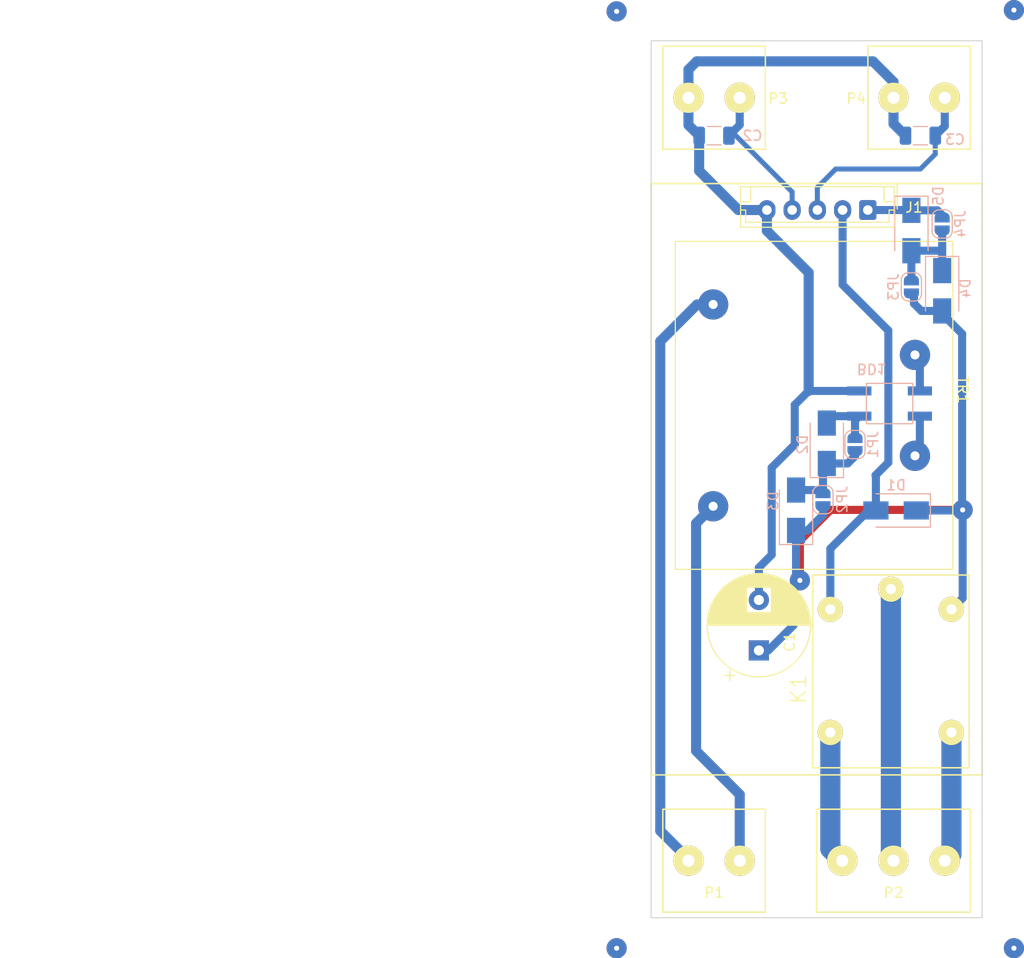
<source format=kicad_pcb>
(kicad_pcb (version 20211014) (generator pcbnew)
  (layers (0 "F.Cu" signal) (31 "B.Cu" signal) (34 "B.Paste" user) (35 "F.Paste" user) (36 "B.SilkS" user "B.Silkscreen") (37 "F.SilkS" user "F.Silkscreen") (38 "B.Mask" user) (39 "F.Mask" user) (44 "Edge.Cuts" user))
  (net 0 "")
  (net 1 "Net-(P1-Pad1)")
  (net 2 "Net-(P1-Pad2)")
  (net 3 "GNDD")
  (net 4 "VCC")
  (net 5 "Net-(D1-Pad2)")
  (net 6 "Net-(C2-Pad1)")
  (net 7 "Net-(C3-Pad1)")
  (net 8 "Net-(K1-Pad3)")
  (net 9 "Net-(K1-Pad4)")
  (net 10 "Net-(K1-Pad5)")
  (net 11 "Net-(BD1-Pad3)")
  (net 12 "Net-(BD1-Pad4)")
  (net 13 "Net-(BD1-Pad1)")
  (net 14 "Net-(D2-Pad1)")
  (net 15 "Net-(D4-Pad1)")
  (net 16 "Net-(D5-Pad1)")
  (footprint "разъемы:KF128-2P" (layer "F.Cu") (at 240.438 29.906 180)
    (fp_text reference "P3" (at -6.344 -0.073) (layer "F.SilkS"))
    (fp_text value "CONN_2")
    (fp_line (start -5.08 -5.1) (end -5.08 5.1) (layer "F.SilkS") (width 0.15))
    (fp_line (start -5.08 -5.1) (end 5.08 -5.1) (layer "F.SilkS") (width 0.15))
    (fp_line (start 5.08 5.1) (end 5.08 -5.1) (layer "F.SilkS") (width 0.15))
    (fp_line (start -5.08 5.1) (end 5.08 5.1) (layer "F.SilkS") (width 0.15))
    (pad "1" thru_hole circle locked (at -2.54 0 180) (size 3 3) (drill 1.2) (layers *.Cu *.Mask "F.SilkS") (net 6 "Net-(C2-Pad1)"))
    (pad "2" thru_hole circle locked (at 2.54 0 180) (size 3 3) (drill 1.2) (layers *.Cu *.Mask "F.SilkS") (net 3 "GNDD"))
  )
  (footprint "разъемы:KF128-2P" (layer "F.Cu") (at 240.438 105.506)
    (fp_text reference "P1" (at 0 3.175) (layer "F.SilkS"))
    (fp_text value "CONN_2")
    (fp_line (start -5.08 5.1) (end 5.08 5.1) (layer "F.SilkS") (width 0.15))
    (fp_line (start -5.08 -5.1) (end -5.08 5.1) (layer "F.SilkS") (width 0.15))
    (fp_line (start -5.08 -5.1) (end 5.08 -5.1) (layer "F.SilkS") (width 0.15))
    (fp_line (start 5.08 5.1) (end 5.08 -5.1) (layer "F.SilkS") (width 0.15))
    (pad "1" thru_hole circle locked (at -2.54 0) (size 3 3) (drill 1.2) (layers *.Cu *.Mask "F.SilkS") (net 1 "Net-(P1-Pad1)"))
    (pad "2" thru_hole circle locked (at 2.54 0) (size 3 3) (drill 1.2) (layers *.Cu *.Mask "F.SilkS") (net 2 "Net-(P1-Pad2)"))
  )
  (footprint "Connector_JST:JST_EH_B5B-EH-A_1x05_P2.50mm_Vertical" (layer "F.Cu") (at 255.672 41.028 180)
    (fp_text reference "J1" (at -4.572 0.254) (layer "F.SilkS"))
    (fp_text value "Conn_01x05")
    (fp_line (start -2.91 0.11) (end -2.91 2.61) (layer "F.SilkS") (width 0.12))
    (fp_line (start -2.11 0) (end -2.11 -1.21) (layer "F.SilkS") (width 0.12))
    (fp_line (start 12.61 0.81) (end 11.61 0.81) (layer "F.SilkS") (width 0.12))
    (fp_line (start 12.61 2.31) (end 12.61 -1.71) (layer "F.SilkS") (width 0.12))
    (fp_line (start -2.61 -1.71) (end -2.61 2.31) (layer "F.SilkS") (width 0.12))
    (fp_line (start -2.11 -1.21) (end 12.11 -1.21) (layer "F.SilkS") (width 0.12))
    (fp_line (start -2.61 0.81) (end -1.61 0.81) (layer "F.SilkS") (width 0.12))
    (fp_line (start -2.91 2.61) (end -0.41 2.61) (layer "F.SilkS") (width 0.12))
    (fp_line (start -1.61 0.81) (end -1.61 2.31) (layer "F.SilkS") (width 0.12))
    (fp_line (start -2.61 0) (end -2.11 0) (layer "F.SilkS") (width 0.12))
    (fp_line (start 12.11 -1.21) (end 12.11 0) (layer "F.SilkS") (width 0.12))
    (fp_line (start 12.11 0) (end 12.61 0) (layer "F.SilkS") (width 0.12))
    (fp_line (start -2.61 2.31) (end 12.61 2.31) (layer "F.SilkS") (width 0.12))
    (fp_line (start 11.61 0.81) (end 11.61 2.31) (layer "F.SilkS") (width 0.12))
    (fp_line (start 12.61 -1.71) (end -2.61 -1.71) (layer "F.SilkS") (width 0.12))
    (pad "1" thru_hole roundrect (at 0 0 180) (size 1.7 1.95) (drill 0.95) (layers *.Cu *.Mask) (roundrect_rratio 0.1470588235) (net 16 "Net-(D5-Pad1)"))
    (pad "2" thru_hole oval (at 2.5 0 180) (size 1.7 1.95) (drill 0.95) (layers *.Cu *.Mask) (net 5 "Net-(D1-Pad2)"))
    (pad "3" thru_hole oval (at 5 0 180) (size 1.7 1.95) (drill 0.95) (layers *.Cu *.Mask) (net 7 "Net-(C3-Pad1)"))
    (pad "4" thru_hole oval (at 7.5 0 180) (size 1.7 1.95) (drill 0.95) (layers *.Cu *.Mask) (net 6 "Net-(C2-Pad1)"))
    (pad "5" thru_hole oval (at 10 0 180) (size 1.7 1.95) (drill 0.95) (layers *.Cu *.Mask) (net 3 "GNDD"))
  )
  (footprint "Capacitor_THT:CP_Radial_D10.0mm_P5.00mm" (layer "F.Cu") (at 244.877 84.670677 90)
    (fp_text reference "C1" (at 0.843677 3.048 90) (layer "F.SilkS"))
    (fp_text value "1000x25V")
    (fp_line (start 7.421 -1.378) (end 7.421 1.378) (layer "F.SilkS") (width 0.12))
    (fp_line (start 3.461 -4.99) (end 3.461 4.99) (layer "F.SilkS") (width 0.12))
    (fp_line (start 7.101 -2.209) (end 7.101 2.209) (layer "F.SilkS") (width 0.12))
    (fp_line (start 6.981 -2.439) (end 6.981 2.439) (layer "F.SilkS") (width 0.12))
    (fp_line (start 4.141 1.241) (end 4.141 4.811) (layer "F.SilkS") (width 0.12))
    (fp_line (start 3.501 -4.982) (end 3.501 4.982) (layer "F.SilkS") (width 0.12))
    (fp_line (start 5.501 1.241) (end 5.501 4.11) (layer "F.SilkS") (width 0.12))
    (fp_line (start 4.061 -4.837) (end 4.061 -1.241) (layer "F.SilkS") (width 0.12))
    (fp_line (start 6.061 -3.64) (end 6.061 -1.241) (layer "F.SilkS") (width 0.12))
    (fp_line (start 4.261 1.241) (end 4.261 4.768) (layer "F.SilkS") (width 0.12))
    (fp_line (start 5.701 1.241) (end 5.701 3.957) (layer "F.SilkS") (width 0.12))
    (fp_line (start 4.741 1.241) (end 4.741 4.564) (layer "F.SilkS") (width 0.12))
    (fp_line (start 3.381 -5.004) (end 3.381 5.004) (layer "F.SilkS") (width 0.12))
    (fp_line (start 5.301 -4.247) (end 5.301 -1.241) (layer "F.SilkS") (width 0.12))
    (fp_line (start 3.301 -5.018) (end 3.301 5.018) (layer "F.SilkS") (width 0.12))
    (fp_line (start 4.941 -4.462) (end 4.941 -1.241) (layer "F.SilkS") (width 0.12))
    (fp_line (start 4.621 1.241) (end 4.621 4.621) (layer "F.SilkS") (width 0.12))
    (fp_line (start 5.181 -4.323) (end 5.181 -1.241) (layer "F.SilkS") (width 0.12))
    (fp_line (start 6.701 -2.889) (end 6.701 2.889) (layer "F.SilkS") (width 0.12))
    (fp_line (start 4.181 1.241) (end 4.181 4.797) (layer "F.SilkS") (width 0.12))
    (fp_line (start 5.861 -3.824) (end 5.861 -1.241) (layer "F.SilkS") (width 0.12))
    (fp_line (start 3.941 -4.874) (end 3.941 -1.241) (layer "F.SilkS") (width 0.12))
    (fp_line (start 2.9 -5.065) (end 2.9 5.065) (layer "F.SilkS") (width 0.12))
    (fp_line (start 4.821 1.241) (end 4.821 4.525) (layer "F.SilkS") (width 0.12))
    (fp_line (start 4.301 -4.754) (end 4.301 -1.241) (layer "F.SilkS") (width 0.12))
    (fp_line (start 3.621 -4.956) (end 3.621 4.956) (layer "F.SilkS") (width 0.12))
    (fp_line (start 2.66 -5.078) (end 2.66 5.078) (layer "F.SilkS") (width 0.12))
    (fp_line (start 6.621 -3) (end 6.621 3) (layer "F.SilkS") (width 0.12))
    (fp_line (start 6.021 -3.679) (end 6.021 -1.241) (layer "F.SilkS") (width 0.12))
    (fp_line (start 6.181 -3.52) (end 6.181 -1.241) (layer "F.SilkS") (width 0.12))
    (fp_line (start 5.901 1.241) (end 5.901 3.789) (layer "F.SilkS") (width 0.12))
    (fp_line (start 6.661 -2.945) (end 6.661 2.945) (layer "F.SilkS") (width 0.12))
    (fp_line (start 5.541 -4.08) (end 5.541 -1.241) (layer "F.SilkS") (width 0.12))
    (fp_line (start 5.021 1.241) (end 5.021 4.417) (layer "F.SilkS") (width 0.12))
    (fp_line (start 7.061 -2.289) (end 7.061 2.289) (layer "F.SilkS") (width 0.12))
    (fp_line (start 5.901 -3.789) (end 5.901 -1.241) (layer "F.SilkS") (width 0.12))
    (fp_line (start 4.901 -4.483) (end 4.901 -1.241) (layer "F.SilkS") (width 0.12))
    (fp_line (start 4.541 -4.657) (end 4.541 -1.241) (layer "F.SilkS") (width 0.12))
    (fp_line (start 3.06 -5.05) (end 3.06 5.05) (layer "F.SilkS") (width 0.12))
    (fp_line (start 7.541 -0.862) (end 7.541 0.862) (layer "F.SilkS") (width 0.12))
    (fp_line (start 3.941 1.241) (end 3.941 4.874) (layer "F.SilkS") (width 0.12))
    (fp_line (start 4.221 1.241) (end 4.221 4.783) (layer "F.SilkS") (width 0.12))
    (fp_line (start 3.18 -5.035) (end 3.18 5.035) (layer "F.SilkS") (width 0.12))
    (fp_line (start 3.341 -5.011) (end 3.341 5.011) (layer "F.SilkS") (width 0.12))
    (fp_line (start 3.701 -4.938) (end 3.701 4.938) (layer "F.SilkS") (width 0.12))
    (fp_line (start 4.341 -4.738) (end 4.341 -1.241) (layer "F.SilkS") (width 0.12))
    (fp_line (start 3.541 -4.974) (end 3.541 4.974) (layer "F.SilkS") (width 0.12))
    (fp_line (start 4.981 -4.44) (end 4.981 -1.241) (layer "F.SilkS") (width 0.12))
    (fp_line (start 3.14 -5.04) (end 3.14 5.04) (layer "F.SilkS") (width 0.12))
    (fp_line (start 3.821 1.241) (end 3.821 4.907) (layer "F.SilkS") (width 0.12))
    (fp_line (start 5.341 1.241) (end 5.341 4.221) (layer "F.SilkS") (width 0.12))
    (fp_line (start 5.781 -3.892) (end 5.781 -1.241) (layer "F.SilkS") (width 0.12))
    (fp_line (start 4.981 1.241) (end 4.981 4.44) (layer "F.SilkS") (width 0.12))
    (fp_line (start 3.661 -4.947) (end 3.661 4.947) (layer "F.SilkS") (width 0.12))
    (fp_line (start 5.541 1.241) (end 5.541 4.08) (layer "F.SilkS") (width 0.12))
    (fp_line (start 2.58 -5.08) (end 2.58 5.08) (layer "F.SilkS") (width 0.12))
    (fp_line (start 3.861 -4.897) (end 3.861 -1.241) (layer "F.SilkS") (width 0.12))
    (fp_line (start 4.261 -4.768) (end 4.261 -1.241) (layer "F.SilkS") (width 0.12))
    (fp_line (start 4.461 -4.69) (end 4.461 -1.241) (layer "F.SilkS") (width 0.12))
    (fp_line (start 5.141 -4.347) (end 5.141 -1.241) (layer "F.SilkS") (width 0.12))
    (fp_line (start 4.821 -4.525) (end 4.821 -1.241) (layer "F.SilkS") (width 0.12))
    (fp_line (start 4.701 -4.584) (end 4.701 -1.241) (layer "F.SilkS") (width 0.12))
    (fp_line (start 5.101 -4.371) (end 5.101 -1.241) (layer "F.SilkS") (width 0.12))
    (fp_line (start 5.781 1.241) (end 5.781 3.892) (layer "F.SilkS") (width 0.12))
    (fp_line (start 7.021 -2.365) (end 7.021 2.365) (layer "F.SilkS") (width 0.12))
    (fp_line (start 5.461 1.241) (end 5.461 4.138) (layer "F.SilkS") (width 0.12))
    (fp_line (start 4.661 1.241) (end 4.661 4.603) (layer "F.SilkS") (width 0.12))
    (fp_line (start 6.261 -3.436) (end 6.261 3.436) (layer "F.SilkS") (width 0.12))
    (fp_line (start 5.381 1.241) (end 5.381 4.194) (layer "F.SilkS") (width 0.12))
    (fp_line (start -2.979646 -2.875) (end -1.979646 -2.875) (layer "F.SilkS") (width 0.12))
    (fp_line (start 6.861 -2.645) (end 6.861 2.645) (layer "F.SilkS") (width 0.12))
    (fp_line (start 4.781 -4.545) (end 4.781 -1.241) (layer "F.SilkS") (width 0.12))
    (fp_line (start 2.82 -5.07) (end 2.82 5.07) (layer "F.SilkS") (width 0.12))
    (fp_line (start 7.181 -2.037) (end 7.181 2.037) (layer "F.SilkS") (width 0.12))
    (fp_line (start 4.621 -4.621) (end 4.621 -1.241) (layer "F.SilkS") (width 0.12))
    (fp_line (start 4.381 1.241) (end 4.381 4.723) (layer "F.SilkS") (width 0.12))
    (fp_line (start 4.501 1.241) (end 4.501 4.674) (layer "F.SilkS") (width 0.12))
    (fp_line (start 4.461 1.241) (end 4.461 4.69) (layer "F.SilkS") (width 0.12))
    (fp_line (start 5.501 -4.11) (end 5.501 -1.241) (layer "F.SilkS") (width 0.12))
    (fp_line (start 6.901 -2.579) (end 6.901 2.579) (layer "F.SilkS") (width 0.12))
    (fp_line (start 7.461 -1.23) (end 7.461 1.23) (layer "F.SilkS") (width 0.12))
    (fp_line (start 2.7 -5.077) (end 2.7 5.077) (layer "F.SilkS") (width 0.12))
    (fp_line (start 3.781 -4.918) (end 3.781 -1.241) (layer "F.SilkS") (width 0.12))
    (fp_line (start 6.421 -3.254) (end 6.421 3.254) (layer "F.SilkS") (width 0.12))
    (fp_line (start 5.061 1.241) (end 5.061 4.395) (layer "F.SilkS") (width 0.12))
    (fp_line (start 3.1 -5.045) (end 3.1 5.045) (layer "F.SilkS") (width 0.12))
    (fp_line (start 7.221 -1.944) (end 7.221 1.944) (layer "F.SilkS") (width 0.12))
    (fp_line (start 5.581 -4.05) (end 5.581 -1.241) (layer "F.SilkS") (width 0.12))
    (fp_line (start 6.741 -2.83) (end 6.741 2.83) (layer "F.SilkS") (width 0.12))
    (fp_line (start 3.981 1.241) (end 3.981 4.862) (layer "F.SilkS") (width 0.12))
    (fp_line (start 4.861 1.241) (end 4.861 4.504) (layer "F.SilkS") (width 0.12))
    (fp_line (start 4.941 1.241) (end 4.941 4.462) (layer "F.SilkS") (width 0.12))
    (fp_line (start 5.221 -4.298) (end 5.221 -1.241) (layer "F.SilkS") (width 0.12))
    (fp_line (start 6.501 -3.156) (end 6.501 3.156) (layer "F.SilkS") (width 0.12))
    (fp_line (start 3.821 -4.907) (end 3.821 -1.241) (layer "F.SilkS") (width 0.12))
    (fp_line (start 7.341 -1.63) (end 7.341 1.63) (layer "F.SilkS") (width 0.12))
    (fp_line (start 4.341 1.241) (end 4.341 4.738) (layer "F.SilkS") (width 0.12))
    (fp_line (start 6.301 -3.392) (end 6.301 3.392) (layer "F.SilkS") (width 0.12))
    (fp_line (start 6.021 1.241) (end 6.021 3.679) (layer "F.SilkS") (width 0.12))
    (fp_line (start 5.061 -4.395) (end 5.061 -1.241) (layer "F.SilkS") (width 0.12))
    (fp_line (start 5.941 1.241) (end 5.941 3.753) (layer "F.SilkS") (width 0.12))
    (fp_line (start 5.381 -4.194) (end 5.381 -1.241) (layer "F.SilkS") (width 0.12))
    (fp_line (start 5.021 -4.417) (end 5.021 -1.241) (layer "F.SilkS") (width 0.12))
    (fp_line (start 4.381 -4.723) (end 4.381 -1.241) (layer "F.SilkS") (width 0.12))
    (fp_line (start 3.901 1.241) (end 3.901 4.885) (layer "F.SilkS") (width 0.12))
    (fp_line (start 3.781 1.241) (end 3.781 4.918) (layer "F.SilkS") (width 0.12))
    (fp_line (start 5.821 1.241) (end 5.821 3.858) (layer "F.SilkS") (width 0.12))
    (fp_line (start 4.501 -4.674) (end 4.501 -1.241) (layer "F.SilkS") (width 0.12))
    (fp_line (start 4.421 1.241) (end 4.421 4.707) (layer "F.SilkS") (width 0.12))
    (fp_line (start 5.141 1.241) (end 5.141 4.347) (layer "F.SilkS") (width 0.12))
    (fp_line (start 3.581 -4.965) (end 3.581 4.965) (layer "F.SilkS") (width 0.12))
    (fp_line (start 2.62 -5.079) (end 2.62 5.079) (layer "F.SilkS") (width 0.12))
    (fp_line (start 5.741 -3.925) (end 5.741 -1.241) (layer "F.SilkS") (width 0.12))
    (fp_line (start 4.141 -4.811) (end 4.141 -1.241) (layer "F.SilkS") (width 0.12))
    (fp_line (start 6.581 -3.054) (end 6.581 3.054) (layer "F.SilkS") (width 0.12))
    (fp_line (start 2.5 -5.08) (end 2.5 5.08) (layer "F.SilkS") (width 0.12))
    (fp_line (start 2.78 -5.073) (end 2.78 5.073) (layer "F.SilkS") (width 0.12))
    (fp_line (start 4.301 1.241) (end 4.301 4.754) (layer "F.SilkS") (width 0.12))
    (fp_line (start 2.94 -5.062) (end 2.94 5.062) (layer "F.SilkS") (width 0.12))
    (fp_line (start 2.74 -5.075) (end 2.74 5.075) (layer "F.SilkS") (width 0.12))
    (fp_line (start 3.861 1.241) (end 3.861 4.897) (layer "F.SilkS") (width 0.12))
    (fp_line (start 4.101 1.241) (end 4.101 4.824) (layer "F.SilkS") (width 0.12))
    (fp_line (start 6.381 -3.301) (end 6.381 3.301) (layer "F.SilkS") (width 0.12))
    (fp_line (start 4.861 -4.504) (end 4.861 -1.241) (layer "F.SilkS") (width 0.12))
    (fp_line (start 5.741 1.241) (end 5.741 3.925) (layer "F.SilkS") (width 0.12))
    (fp_line (start 5.661 1.241) (end 5.661 3.989) (layer "F.SilkS") (width 0.12))
    (fp_line (start 4.701 1.241) (end 4.701 4.584) (layer "F.SilkS") (width 0.12))
    (fp_line (start 7.501 -1.062) (end 7.501 1.062) (layer "F.SilkS") (width 0.12))
    (fp_line (start 3.421 -4.997) (end 3.421 4.997) (layer "F.SilkS") (width 0.12))
    (fp_line (start 5.621 1.241) (end 5.621 4.02) (layer "F.SilkS") (width 0.12))
    (fp_line (start 3.02 -5.054) (end 3.02 5.054) (layer "F.SilkS") (width 0.12))
    (fp_line (start 6.181 1.241) (end 6.181 3.52) (layer "F.SilkS") (width 0.12))
    (fp_line (start 6.221 1.241) (end 6.221 3.478) (layer "F.SilkS") (width 0.12))
    (fp_line (start 6.141 -3.561) (end 6.141 -1.241) (layer "F.SilkS") (width 0.12))
    (fp_line (start 5.661 -3.989) (end 5.661 -1.241) (layer "F.SilkS") (width 0.12))
    (fp_line (start 4.061 1.241) (end 4.061 4.837) (layer "F.SilkS") (width 0.12))
    (fp_line (start 7.261 -1.846) (end 7.261 1.846) (layer "F.SilkS") (width 0.12))
    (fp_line (start 3.901 -4.885) (end 3.901 -1.241) (layer "F.SilkS") (width 0.12))
    (fp_line (start 6.141 1.241) (end 6.141 3.561) (layer "F.SilkS") (width 0.12))
    (fp_line (start 2.98 -5.058) (end 2.98 5.058) (layer "F.SilkS") (width 0.12))
    (fp_line (start 5.701 -3.957) (end 5.701 -1.241) (layer "F.SilkS") (width 0.12))
    (fp_line (start 5.981 -3.716) (end 5.981 -1.241) (layer "F.SilkS") (width 0.12))
    (fp_line (start 4.101 -4.824) (end 4.101 -1.241) (layer "F.SilkS") (width 0.12))
    (fp_line (start 4.901 1.241) (end 4.901 4.483) (layer "F.SilkS") (width 0.12))
    (fp_line (start 5.981 1.241) (end 5.981 3.716) (layer "F.SilkS") (width 0.12))
    (fp_line (start 6.341 -3.347) (end 6.341 3.347) (layer "F.SilkS") (width 0.12))
    (fp_line (start 7.301 -1.742) (end 7.301 1.742) (layer "F.SilkS") (width 0.12))
    (fp_line (start 2.86 -5.068) (end 2.86 5.068) (layer "F.SilkS") (width 0.12))
    (fp_line (start -2.479646 -3.375) (end -2.479646 -2.375) (layer "F.SilkS") (width 0.12))
    (fp_line (start 5.421 -4.166) (end 5.421 -1.241) (layer "F.SilkS") (width 0.12))
    (fp_line (start 4.661 -4.603) (end 4.661 -1.241) (layer "F.SilkS") (width 0.12))
    (fp_line (start 5.941 -3.753) (end 5.941 -1.241) (layer "F.SilkS") (width 0.12))
    (fp_line (start 5.261 1.241) (end 5.261 4.273) (layer "F.SilkS") (width 0.12))
    (fp_line (start 5.621 -4.02) (end 5.621 -1.241) (layer "F.SilkS") (width 0.12))
    (fp_line (start 6.101 -3.601) (end 6.101 -1.241) (layer "F.SilkS") (width 0.12))
    (fp_line (start 4.021 1.241) (end 4.021 4.85) (layer "F.SilkS") (width 0.12))
    (fp_line (start 6.781 -2.77) (end 6.781 2.77) (layer "F.SilkS") (width 0.12))
    (fp_line (start 6.461 -3.206) (end 6.461 3.206) (layer "F.SilkS") (width 0.12))
    (fp_line (start 5.421 1.241) (end 5.421 4.166) (layer "F.SilkS") (width 0.12))
    (fp_line (start 6.941 -2.51) (end 6.941 2.51) (layer "F.SilkS") (width 0.12))
    (fp_line (start 7.581 -0.599) (end 7.581 0.599) (layer "F.SilkS") (width 0.12))
    (fp_line (start 6.101 1.241) (end 6.101 3.601) (layer "F.SilkS") (width 0.12))
    (fp_line (start 3.221 -5.03) (end 3.221 5.03) (layer "F.SilkS") (width 0.12))
    (fp_line (start 3.261 -5.024) (end 3.261 5.024) (layer "F.SilkS") (width 0.12))
    (fp_line (start 5.301 1.241) (end 5.301 4.247) (layer "F.SilkS") (width 0.12))
    (fp_line (start 6.541 -3.106) (end 6.541 3.106) (layer "F.SilkS") (width 0.12))
    (fp_line (start 6.061 1.241) (end 6.061 3.64) (layer "F.SilkS") (width 0.12))
    (fp_line (start 6.221 -3.478) (end 6.221 -1.241) (layer "F.SilkS") (width 0.12))
    (fp_line (start 5.181 1.241) (end 5.181 4.323) (layer "F.SilkS") (width 0.12))
    (fp_line (start 4.741 -4.564) (end 4.741 -1.241) (layer "F.SilkS") (width 0.12))
    (fp_line (start 4.421 -4.707) (end 4.421 -1.241) (layer "F.SilkS") (width 0.12))
    (fp_line (start 7.141 -2.125) (end 7.141 2.125) (layer "F.SilkS") (width 0.12))
    (fp_line (start 2.54 -5.08) (end 2.54 5.08) (layer "F.SilkS") (width 0.12))
    (fp_line (start 3.981 -4.862) (end 3.981 -1.241) (layer "F.SilkS") (width 0.12))
    (fp_line (start 5.581 1.241) (end 5.581 4.05) (layer "F.SilkS") (width 0.12))
    (fp_line (start 5.861 1.241) (end 5.861 3.824) (layer "F.SilkS") (width 0.12))
    (fp_line (start 5.221 1.241) (end 5.221 4.298) (layer "F.SilkS") (width 0.12))
    (fp_line (start 4.541 1.241) (end 4.541 4.657) (layer "F.SilkS") (width 0.12))
    (fp_line (start 4.221 -4.783) (end 4.221 -1.241) (layer "F.SilkS") (width 0.12))
    (fp_line (start 5.461 -4.138) (end 5.461 -1.241) (layer "F.SilkS") (width 0.12))
    (fp_line (start 5.101 1.241) (end 5.101 4.371) (layer "F.SilkS") (width 0.12))
    (fp_line (start 4.581 1.241) (end 4.581 4.639) (layer "F.SilkS") (width 0.12))
    (fp_line (start 3.741 -4.928) (end 3.741 4.928) (layer "F.SilkS") (width 0.12))
    (fp_line (start 5.821 -3.858) (end 5.821 -1.241) (layer "F.SilkS") (width 0.12))
    (fp_line (start 6.821 -2.709) (end 6.821 2.709) (layer "F.SilkS") (width 0.12))
    (fp_line (start 5.261 -4.273) (end 5.261 -1.241) (layer "F.SilkS") (width 0.12))
    (fp_line (start 7.381 -1.51) (end 7.381 1.51) (layer "F.SilkS") (width 0.12))
    (fp_line (start 4.181 -4.797) (end 4.181 -1.241) (layer "F.SilkS") (width 0.12))
    (fp_line (start 4.581 -4.639) (end 4.581 -1.241) (layer "F.SilkS") (width 0.12))
    (fp_line (start 5.341 -4.221) (end 5.341 -1.241) (layer "F.SilkS") (width 0.12))
    (fp_line (start 4.781 1.241) (end 4.781 4.545) (layer "F.SilkS") (width 0.12))
    (fp_line (start 4.021 -4.85) (end 4.021 -1.241) (layer "F.SilkS") (width 0.12))
    (fp_circle (center 2.5 0) (end 7.62 0) (layer "F.SilkS") (width 0.12) (fill none))
    (pad "1" thru_hole rect (at 0 0 90) (size 2 2) (drill 1) (layers *.Cu *.Mask) (net 4 "VCC"))
    (pad "2" thru_hole circle (at 5 0 90) (size 2 2) (drill 1) (layers *.Cu *.Mask) (net 3 "GNDD"))
  )
  (footprint "разъемы:KF128-2P" (layer "F.Cu") (at 260.758 29.906 180)
    (fp_text reference "P4" (at 6.229 -0.073) (layer "F.SilkS"))
    (fp_text value "CONN_2")
    (fp_line (start -5.08 5.1) (end 5.08 5.1) (layer "F.SilkS") (width 0.15))
    (fp_line (start -5.08 -5.1) (end -5.08 5.1) (layer "F.SilkS") (width 0.15))
    (fp_line (start 5.08 5.1) (end 5.08 -5.1) (layer "F.SilkS") (width 0.15))
    (fp_line (start -5.08 -5.1) (end 5.08 -5.1) (layer "F.SilkS") (width 0.15))
    (pad "1" thru_hole circle locked (at -2.54 0 180) (size 3 3) (drill 1.2) (layers *.Cu *.Mask "F.SilkS") (net 7 "Net-(C3-Pad1)"))
    (pad "2" thru_hole circle locked (at 2.54 0 180) (size 3 3) (drill 1.2) (layers *.Cu *.Mask "F.SilkS") (net 3 "GNDD"))
  )
  (footprint "разъемы:KF128-3P" (layer "F.Cu") (at 258.218 105.506)
    (fp_text reference "P2" (at 0 3.175) (layer "F.SilkS"))
    (fp_text value "CONN_3")
    (fp_line (start 7.62 5.1) (end 7.62 -5.1) (layer "F.SilkS") (width 0.15))
    (fp_line (start -7.62 -5.1) (end -7.62 5.1) (layer "F.SilkS") (width 0.15))
    (fp_line (start -7.62 -5.1) (end 7.62 -5.1) (layer "F.SilkS") (width 0.15))
    (fp_line (start -7.62 5.1) (end 7.62 5.1) (layer "F.SilkS") (width 0.15))
    (pad "1" thru_hole circle locked (at -5.08 0) (size 3 3) (drill 1.2) (layers *.Cu *.Mask "F.SilkS") (net 10 "Net-(K1-Pad5)"))
    (pad "2" thru_hole circle locked (at 0 0) (size 3 3) (drill 1.2) (layers *.Cu *.Mask "F.SilkS") (net 8 "Net-(K1-Pad3)"))
    (pad "3" thru_hole circle locked (at 5.08 0) (size 3 3) (drill 1.2) (layers *.Cu *.Mask "F.SilkS") (net 9 "Net-(K1-Pad4)"))
  )
  (footprint "реле:SRD-12VDC-SL-C" (layer "F.Cu") (at 257.958 86.748 -90)
    (fp_text reference "K1" (at 1.778 9.144 -270) (layer "F.SilkS") (effects (font (size 1.5 1.5))))
    (fp_text value "SRD-12VDC-SL-C" hide)
    (fp_line (start -9.55 7.75) (end -9.55 -7.75) (layer "F.SilkS") (width 0.15))
    (fp_line (start 9.55 -7.75) (end 9.55 7.75) (layer "F.SilkS") (width 0.15))
    (fp_line (start 9.55 7.75) (end -9.55 7.75) (layer "F.SilkS") (width 0.15))
    (fp_line (start -9.55 -7.75) (end 9.55 -7.75) (layer "F.SilkS") (width 0.15))
    (pad "1" thru_hole circle locked (at -6.15 -6) (size 2.5 2.5) (drill 1) (layers *.Cu *.Mask "F.SilkS") (net 4 "VCC"))
    (pad "2" thru_hole circle locked (at -6.15 6) (size 2.5 2.5) (drill 1) (layers *.Cu *.Mask "F.SilkS") (net 5 "Net-(D1-Pad2)"))
    (pad "3" thru_hole circle locked (at -8.15 0) (size 2.5 2.5) (drill 1) (layers *.Cu *.Mask "F.SilkS") (net 8 "Net-(K1-Pad3)"))
    (pad "4" thru_hole circle locked (at 6.05 -6) (size 2.5 2.5) (drill 1) (layers *.Cu *.Mask "F.SilkS") (net 9 "Net-(K1-Pad4)"))
    (pad "5" thru_hole circle locked (at 6.05 6) (size 2.5 2.5) (drill 1) (layers *.Cu *.Mask "F.SilkS") (net 10 "Net-(K1-Pad5)"))
  )
  (footprint "трансформаторы:ТПК-1" (layer "F.Cu") (at 250.344 60.386 -90)
    (fp_text reference "TR1" (at -1.524 -14.732 -90 unlocked) (layer "F.SilkS"))
    (fp_text value "ТПК-1 (9В, 0.17А )")
    (fp_rect (start -16.25 -13.75) (end 16.25 13.75) (layer "F.SilkS") (width 0.12) (fill none))
    (pad "1" thru_hole circle (at -10 10 270) (size 3 3) (drill 0.9) (layers *.Cu *.Mask) (net 1 "Net-(P1-Pad1)"))
    (pad "5" thru_hole circle (at 10 10 270) (size 3 3) (drill 0.9) (layers *.Cu *.Mask) (net 2 "Net-(P1-Pad2)"))
    (pad "7" thru_hole circle (at 5 -10 270) (size 3 3) (drill 0.9) (layers *.Cu *.Mask) (net 12 "Net-(BD1-Pad4)"))
    (pad "9" thru_hole circle (at -5 -10 270) (size 3 3) (drill 0.9) (layers *.Cu *.Mask) (net 11 "Net-(BD1-Pad3)"))
  )
  (footprint "Jumper:SolderJumper-2_P1.3mm_Open_RoundedPad1.0x1.5mm" (layer "B.Cu") (at 263.038 42.41 90)
    (fp_text reference "JP4" (at 0 1.8 90) (layer "B.SilkS") (effects (justify mirror)))
    (fp_text value "SolderJumper_2_Open")
    (fp_line (start -1.4 -0.3) (end -1.4 0.3) (layer "B.SilkS") (width 0.12))
    (fp_line (start 1.4 0.3) (end 1.4 -0.3) (layer "B.SilkS") (width 0.12))
    (fp_line (start 0.7 -1) (end -0.7 -1) (layer "B.SilkS") (width 0.12))
    (fp_line (start -0.7 1) (end 0.7 1) (layer "B.SilkS") (width 0.12))
    (fp_arc (start -1.4 -0.3) (mid -1.194975 -0.794975) (end -0.7 -1) (layer "B.SilkS") (width 0.12))
    (fp_arc (start 0.7 -1) (mid 1.194975 -0.794975) (end 1.4 -0.3) (layer "B.SilkS") (width 0.12))
    (fp_arc (start -0.7 1) (mid -1.194975 0.794975) (end -1.4 0.3) (layer "B.SilkS") (width 0.12))
    (fp_arc (start 1.4 0.3) (mid 1.194975 0.794975) (end 0.7 1) (layer "B.SilkS") (width 0.12))
    (pad "1" smd custom (at -0.65 0 90) (size 1 0.5) (layers "B.Cu" "B.Mask") (net 15 "Net-(D4-Pad1)") (options (clearance outline) (anchor rect)) (primitives (gr_circle (center 0 -0.25) (end 0.5 -0.25) (width 0) (fill yes)) (gr_circle (center 0 0.25) (end 0.5 0.25) (width 0) (fill yes)) (gr_poly (pts (xy 0.5 -0.75) (xy 0 -0.75) (xy 0 0.75) (xy 0.5 0.75)) (width 0) (fill yes))))
    (pad "2" smd custom (at 0.65 0 90) (size 1 0.5) (layers "B.Cu" "B.Mask") (net 16 "Net-(D5-Pad1)") (options (clearance outline) (anchor rect)) (primitives (gr_circle (center 0 -0.25) (end 0.5 -0.25) (width 0) (fill yes)) (gr_circle (center 0 0.25) (end 0.5 0.25) (width 0) (fill yes)) (gr_poly (pts (xy 0 -0.75) (xy -0.5 -0.75) (xy -0.5 0.75) (xy 0 0.75)) (width 0) (fill yes))))
  )
  (footprint "Jumper:SolderJumper-2_P1.3mm_Open_RoundedPad1.0x1.5mm" (layer "B.Cu") (at 254.402 64.269 -90)
    (fp_text reference "JP1" (at 0 -1.778 90) (layer "B.SilkS") (effects (justify mirror)))
    (fp_text value "SolderJumper_2_Open")
    (fp_line (start -0.7 1) (end 0.7 1) (layer "B.SilkS") (width 0.12))
    (fp_line (start -1.4 -0.3) (end -1.4 0.3) (layer "B.SilkS") (width 0.12))
    (fp_line (start 1.4 0.3) (end 1.4 -0.3) (layer "B.SilkS") (width 0.12))
    (fp_line (start 0.7 -1) (end -0.7 -1) (layer "B.SilkS") (width 0.12))
    (fp_arc (start -0.7 1) (mid -1.194975 0.794975) (end -1.4 0.3) (layer "B.SilkS") (width 0.12))
    (fp_arc (start -1.4 -0.3) (mid -1.194975 -0.794975) (end -0.7 -1) (layer "B.SilkS") (width 0.12))
    (fp_arc (start 0.7 -1) (mid 1.194975 -0.794975) (end 1.4 -0.3) (layer "B.SilkS") (width 0.12))
    (fp_arc (start 1.4 0.3) (mid 1.194975 0.794975) (end 0.7 1) (layer "B.SilkS") (width 0.12))
    (pad "1" smd custom (at -0.65 0 270) (size 1 0.5) (layers "B.Cu" "B.Mask") (net 13 "Net-(BD1-Pad1)") (options (clearance outline) (anchor rect)) (primitives (gr_circle (center 0 -0.25) (end 0.5 -0.25) (width 0) (fill yes)) (gr_circle (center 0 0.25) (end 0.5 0.25) (width 0) (fill yes)) (gr_poly (pts (xy 0.5 -0.75) (xy 0 -0.75) (xy 0 0.75) (xy 0.5 0.75)) (width 0) (fill yes))))
    (pad "2" smd custom (at 0.65 0 270) (size 1 0.5) (layers "B.Cu" "B.Mask") (net 14 "Net-(D2-Pad1)") (options (clearance outline) (anchor rect)) (primitives (gr_circle (center 0 -0.25) (end 0.5 -0.25) (width 0) (fill yes)) (gr_circle (center 0 0.25) (end 0.5 0.25) (width 0) (fill yes)) (gr_poly (pts (xy 0 -0.75) (xy -0.5 -0.75) (xy -0.5 0.75) (xy 0 0.75)) (width 0) (fill yes))))
  )
  (footprint "Jumper:SolderJumper-2_P1.3mm_Open_RoundedPad1.0x1.5mm" (layer "B.Cu") (at 259.99 48.648 90)
    (fp_text reference "JP3" (at 0 -1.778 90) (layer "B.SilkS") (effects (justify mirror)))
    (fp_text value "SolderJumper_2_Open")
    (fp_line (start 1.4 0.3) (end 1.4 -0.3) (layer "B.SilkS") (width 0.12))
    (fp_line (start -1.4 -0.3) (end -1.4 0.3) (layer "B.SilkS") (width 0.12))
    (fp_line (start 0.7 -1) (end -0.7 -1) (layer "B.SilkS") (width 0.12))
    (fp_line (start -0.7 1) (end 0.7 1) (layer "B.SilkS") (width 0.12))
    (fp_arc (start -0.7 1) (mid -1.194975 0.794975) (end -1.4 0.3) (layer "B.SilkS") (width 0.12))
    (fp_arc (start 1.4 0.3) (mid 1.194975 0.794975) (end 0.7 1) (layer "B.SilkS") (width 0.12))
    (fp_arc (start -1.4 -0.3) (mid -1.194975 -0.794975) (end -0.7 -1) (layer "B.SilkS") (width 0.12))
    (fp_arc (start 0.7 -1) (mid 1.194975 -0.794975) (end 1.4 -0.3) (layer "B.SilkS") (width 0.12))
    (pad "1" smd custom (at -0.65 0 90) (size 1 0.5) (layers "B.Cu" "B.Mask") (net 4 "VCC") (options (clearance outline) (anchor rect)) (primitives (gr_circle (center 0 -0.25) (end 0.5 -0.25) (width 0) (fill yes)) (gr_circle (center 0 0.25) (end 0.5 0.25) (width 0) (fill yes)) (gr_poly (pts (xy 0.5 -0.75) (xy 0 -0.75) (xy 0 0.75) (xy 0.5 0.75)) (width 0) (fill yes))))
    (pad "2" smd custom (at 0.65 0 90) (size 1 0.5) (layers "B.Cu" "B.Mask") (net 15 "Net-(D4-Pad1)") (options (clearance outline) (anchor rect)) (primitives (gr_circle (center 0 -0.25) (end 0.5 -0.25) (width 0) (fill yes)) (gr_circle (center 0 0.25) (end 0.5 0.25) (width 0) (fill yes)) (gr_poly (pts (xy 0 -0.75) (xy -0.5 -0.75) (xy -0.5 0.75) (xy 0 0.75)) (width 0) (fill yes))))
  )
  (footprint "Diode_SMD:D_SMA" (layer "B.Cu") (at 251.608 64.142 90)
    (fp_text reference "D2" (at -0.127 -2.413 90) (layer "B.SilkS") (effects (justify mirror)))
    (fp_text value "M1")
    (fp_line (start -3.4 1.65) (end 2 1.65) (layer "B.SilkS") (width 0.12))
    (fp_line (start -3.4 1.65) (end -3.4 -1.65) (layer "B.SilkS") (width 0.12))
    (fp_line (start -3.4 -1.65) (end 2 -1.65) (layer "B.SilkS") (width 0.12))
    (pad "1" smd rect (at -2 0 90) (size 2.5 1.8) (layers "B.Cu" "B.Paste" "B.Mask") (net 14 "Net-(D2-Pad1)"))
    (pad "2" smd rect (at 2 0 90) (size 2.5 1.8) (layers "B.Cu" "B.Paste" "B.Mask") (net 13 "Net-(BD1-Pad1)"))
  )
  (footprint "Diode_SMD:D_SMA" (layer "B.Cu") (at 258.472 70.8 180)
    (fp_text reference "D1" (at 0 2.5) (layer "B.SilkS") (effects (justify mirror)))
    (fp_text value "M1")
    (fp_line (start -3.4 -1.65) (end 2 -1.65) (layer "B.SilkS") (width 0.12))
    (fp_line (start -3.4 1.65) (end -3.4 -1.65) (layer "B.SilkS") (width 0.12))
    (fp_line (start -3.4 1.65) (end 2 1.65) (layer "B.SilkS") (width 0.12))
    (pad "1" smd rect (at -2 0 180) (size 2.5 1.8) (layers "B.Cu" "B.Paste" "B.Mask") (net 4 "VCC"))
    (pad "2" smd rect (at 2 0 180) (size 2.5 1.8) (layers "B.Cu" "B.Paste" "B.Mask") (net 5 "Net-(D1-Pad2)"))
  )
  (footprint "Diode_SMD:D_SMA" (layer "B.Cu") (at 248.56 70.778 90)
    (fp_text reference "D3" (at 0.921 -2.286 90) (layer "B.SilkS") (effects (justify mirror)))
    (fp_text value "M1")
    (fp_line (start -3.4 1.65) (end -3.4 -1.65) (layer "B.SilkS") (width 0.12))
    (fp_line (start -3.4 1.65) (end 2 1.65) (layer "B.SilkS") (width 0.12))
    (fp_line (start -3.4 -1.65) (end 2 -1.65) (layer "B.SilkS") (width 0.12))
    (pad "1" smd rect (at -2 0 90) (size 2.5 1.8) (layers "B.Cu" "B.Paste" "B.Mask") (net 4 "VCC"))
    (pad "2" smd rect (at 2 0 90) (size 2.5 1.8) (layers "B.Cu" "B.Paste" "B.Mask") (net 14 "Net-(D2-Pad1)"))
  )
  (footprint "Diode_SMD:D_SMA" (layer "B.Cu") (at 259.99 43.06 -90)
    (fp_text reference "D5" (at -3.429 -2.667 90) (layer "B.SilkS") (effects (justify mirror)))
    (fp_text value "M1")
    (fp_line (start -3.4 1.65) (end -3.4 -1.65) (layer "B.SilkS") (width 0.12))
    (fp_line (start -3.4 1.65) (end 2 1.65) (layer "B.SilkS") (width 0.12))
    (fp_line (start -3.4 -1.65) (end 2 -1.65) (layer "B.SilkS") (width 0.12))
    (pad "1" smd rect (at -2 0 270) (size 2.5 1.8) (layers "B.Cu" "B.Paste" "B.Mask") (net 16 "Net-(D5-Pad1)"))
    (pad "2" smd rect (at 2 0 270) (size 2.5 1.8) (layers "B.Cu" "B.Paste" "B.Mask") (net 15 "Net-(D4-Pad1)"))
  )
  (footprint "Capacitor_SMD:C_1206_3216Metric" (layer "B.Cu") (at 240.432 33.662 180)
    (fp_text reference "C2" (at -3.81 0) (layer "B.SilkS") (effects (justify mirror)))
    (fp_text value "??")
    (fp_line (start -0.711252 -0.91) (end 0.711252 -0.91) (layer "B.SilkS") (width 0.12))
    (fp_line (start -0.711252 0.91) (end 0.711252 0.91) (layer "B.SilkS") (width 0.12))
    (pad "1" smd roundrect (at -1.475 0 180) (size 1.15 1.8) (layers "B.Cu" "B.Paste" "B.Mask") (roundrect_rratio 0.2173913043) (net 6 "Net-(C2-Pad1)"))
    (pad "2" smd roundrect (at 1.475 0 180) (size 1.15 1.8) (layers "B.Cu" "B.Paste" "B.Mask") (roundrect_rratio 0.2173913043) (net 3 "GNDD"))
  )
  (footprint "Diode_SMD:D_SMA" (layer "B.Cu") (at 263.038 49.029 -90)
    (fp_text reference "D4" (at -0.254 -2.286 90) (layer "B.SilkS") (effects (justify mirror)))
    (fp_text value "M1")
    (fp_line (start -3.4 1.65) (end 2 1.65) (layer "B.SilkS") (width 0.12))
    (fp_line (start -3.4 1.65) (end -3.4 -1.65) (layer "B.SilkS") (width 0.12))
    (fp_line (start -3.4 -1.65) (end 2 -1.65) (layer "B.SilkS") (width 0.12))
    (pad "1" smd rect (at -2 0 270) (size 2.5 1.8) (layers "B.Cu" "B.Paste" "B.Mask") (net 15 "Net-(D4-Pad1)"))
    (pad "2" smd rect (at 2 0 270) (size 2.5 1.8) (layers "B.Cu" "B.Paste" "B.Mask") (net 4 "VCC"))
  )
  (footprint "диоды:MB-F" (layer "B.Cu") (at 257.831 60.205)
    (fp_text reference "BD1" (at -1.778 -3.429 180 unlocked) (layer "B.SilkS") (effects (justify mirror)))
    (fp_text value "MB10F")
    (fp_rect (start -2.3 2) (end 2.3 -2) (layer "B.SilkS") (width 0.12) (fill none))
    (pad "1" smd rect (at -3 1.25) (size 2.4 0.9) (layers "B.Cu" "B.Paste" "B.Mask") (net 13 "Net-(BD1-Pad1)"))
    (pad "2" smd rect (at -3 -1.25) (size 2.4 0.9) (layers "B.Cu" "B.Paste" "B.Mask") (net 3 "GNDD"))
    (pad "3" smd rect (at 3 -1.25) (size 2.4 0.9) (layers "B.Cu" "B.Paste" "B.Mask") (net 11 "Net-(BD1-Pad3)"))
    (pad "4" smd rect (at 3 1.25) (size 2.4 0.9) (layers "B.Cu" "B.Paste" "B.Mask") (net 12 "Net-(BD1-Pad4)"))
  )
  (footprint "Capacitor_SMD:C_1206_3216Metric" (layer "B.Cu") (at 260.879 33.662 180)
    (fp_text reference "C3" (at -3.429 -0.381) (layer "B.SilkS") (effects (justify mirror)))
    (fp_text value "??")
    (fp_line (start -0.711252 0.91) (end 0.711252 0.91) (layer "B.SilkS") (width 0.12))
    (fp_line (start -0.711252 -0.91) (end 0.711252 -0.91) (layer "B.SilkS") (width 0.12))
    (pad "1" smd roundrect (at -1.475 0 180) (size 1.15 1.8) (layers "B.Cu" "B.Paste" "B.Mask") (roundrect_rratio 0.2173913043) (net 7 "Net-(C3-Pad1)"))
    (pad "2" smd roundrect (at 1.475 0 180) (size 1.15 1.8) (layers "B.Cu" "B.Paste" "B.Mask") (roundrect_rratio 0.2173913043) (net 3 "GNDD"))
  )
  (footprint "Jumper:SolderJumper-2_P1.3mm_Open_RoundedPad1.0x1.5mm" (layer "B.Cu") (at 251.227 69.73 -90)
    (fp_text reference "JP2" (at 0 -1.905 90) (layer "B.SilkS") (effects (justify mirror)))
    (fp_text value "SolderJumper_2_Open")
    (fp_line (start 0.7 -1) (end -0.7 -1) (layer "B.SilkS") (width 0.12))
    (fp_line (start -0.7 1) (end 0.7 1) (layer "B.SilkS") (width 0.12))
    (fp_line (start 1.4 0.3) (end 1.4 -0.3) (layer "B.SilkS") (width 0.12))
    (fp_line (start -1.4 -0.3) (end -1.4 0.3) (layer "B.SilkS") (width 0.12))
    (fp_arc (start -0.7 1) (mid -1.194975 0.794975) (end -1.4 0.3) (layer "B.SilkS") (width 0.12))
    (fp_arc (start 0.7 -1) (mid 1.194975 -0.794975) (end 1.4 -0.3) (layer "B.SilkS") (width 0.12))
    (fp_arc (start 1.4 0.3) (mid 1.194975 0.794975) (end 0.7 1) (layer "B.SilkS") (width 0.12))
    (fp_arc (start -1.4 -0.3) (mid -1.194975 -0.794975) (end -0.7 -1) (layer "B.SilkS") (width 0.12))
    (pad "1" smd custom (at -0.65 0 270) (size 1 0.5) (layers "B.Cu" "B.Mask") (net 14 "Net-(D2-Pad1)") (options (clearance outline) (anchor rect)) (primitives (gr_circle (center 0 -0.25) (end 0.5 -0.25) (width 0) (fill yes)) (gr_circle (center 0 0.25) (end 0.5 0.25) (width 0) (fill yes)) (gr_poly (pts (xy 0.5 -0.75) (xy 0 -0.75) (xy 0 0.75) (xy 0.5 0.75)) (width 0) (fill yes))))
    (pad "2" smd custom (at 0.65 0 270) (size 1 0.5) (layers "B.Cu" "B.Mask") (net 4 "VCC") (options (clearance outline) (anchor rect)) (primitives (gr_circle (center 0 -0.25) (end 0.5 -0.25) (width 0) (fill yes)) (gr_circle (center 0 0.25) (end 0.5 0.25) (width 0) (fill yes)) (gr_poly (pts (xy 0 -0.75) (xy -0.5 -0.75) (xy -0.5 0.75) (xy 0 0.75)) (width 0) (fill yes))))
  )
  (gr_rect (start 234.198 97.006) (end 266.998 38.406) (layer "F.SilkS") (width 0.15) (fill none))
  (gr_rect (start 234.198 111.156) (end 266.998 24.256) (layer "Edge.Cuts") (width 0.1) (fill none))
  (via (at 230.78 114.18) (size 2) (drill 0.5) (layers "F.Cu" "B.Cu") (net 0))
  (via (at 270.15 114.18) (size 2) (drill 0.5) (layers "F.Cu" "B.Cu") (net 0))
  (via (at 270.15 21.216) (size 2) (drill 0.5) (layers "F.Cu" "B.Cu") (net 0))
  (via (at 230.78 21.343) (size 2) (drill 0.5) (layers "F.Cu" "B.Cu") (net 0))
  (segment (start 238.754 50.386) (end 240.344 50.386) (width 1) (layer "B.Cu") (net 1))
  (segment (start 237.898 105.344) (end 235.104 102.55) (width 1) (layer "B.Cu") (net 1))
  (segment (start 235.104 54.036) (end 238.754 50.386) (width 1) (layer "B.Cu") (net 1))
  (segment (start 235.104 102.55) (end 235.104 54.036) (width 1) (layer "B.Cu") (net 1))
  (segment (start 237.898 105.506) (end 237.898 105.344) (width 1) (layer "B.Cu") (net 1))
  (segment (start 238.654 72.076) (end 240.344 70.386) (width 1) (layer "B.Cu") (net 2))
  (segment (start 242.978 98.946) (end 238.654 94.622) (width 1) (layer "B.Cu") (net 2))
  (segment (start 238.654 94.622) (end 238.654 72.076) (width 1) (layer "B.Cu") (net 2))
  (segment (start 242.978 105.506) (end 242.978 98.946) (width 1) (layer "B.Cu") (net 2))
  (segment (start 237.898 29.906) (end 237.898 27.112) (width 1) (layer "B.Cu") (net 3))
  (segment (start 258.218 29.906) (end 258.218 32.476) (width 1) (layer "B.Cu") (net 3))
  (segment (start 237.898 27.112) (end 238.714 26.296) (width 1) (layer "B.Cu") (net 3))
  (segment (start 249.81 47.231) (end 249.81 58.955) (width 1) (layer "B.Cu") (net 3))
  (segment (start 242.845 41.028) (end 245.672 41.028) (width 1) (layer "B.Cu") (net 3))
  (segment (start 256.18 26.296) (end 258.218 28.334) (width 1) (layer "B.Cu") (net 3))
  (segment (start 249.81 58.955) (end 254.831 58.955) (width 0.8) (layer "B.Cu") (net 3))
  (segment (start 245.672 43.093) (end 249.81 47.231) (width 1) (layer "B.Cu") (net 3))
  (segment (start 238.957 37.14) (end 242.845 41.028) (width 1) (layer "B.Cu") (net 3))
  (segment (start 245.672 41.028) (end 245.672 43.093) (width 1) (layer "B.Cu") (net 3))
  (segment (start 237.898 29.906) (end 237.898 32.603) (width 1) (layer "B.Cu") (net 3))
  (segment (start 246.147 75.191) (end 246.147 66.555) (width 0.8) (layer "B.Cu") (net 3))
  (segment (start 238.714 26.296) (end 256.18 26.296) (width 1) (layer "B.Cu") (net 3))
  (segment (start 238.957 33.662) (end 238.957 37.14) (width 1) (layer "B.Cu") (net 3))
  (segment (start 244.877 76.461) (end 246.147 75.191) (width 0.8) (layer "B.Cu") (net 3))
  (segment (start 258.218 28.334) (end 258.218 29.906) (width 1) (layer "B.Cu") (net 3))
  (segment (start 258.218 32.476) (end 259.404 33.662) (width 1) (layer "B.Cu") (net 3))
  (segment (start 248.433 60.332) (end 249.81 58.955) (width 0.8) (layer "B.Cu") (net 3))
  (segment (start 237.898 32.603) (end 238.957 33.662) (width 1) (layer "B.Cu") (net 3))
  (segment (start 246.147 66.555) (end 248.433 64.269) (width 0.8) (layer "B.Cu") (net 3))
  (segment (start 248.433 64.269) (end 248.433 60.332) (width 0.8) (layer "B.Cu") (net 3))
  (segment (start 244.877 79.670677) (end 244.877 76.461) (width 0.8) (layer "B.Cu") (net 3))
  (segment (start 251.989 70.746) (end 248.941 73.794) (width 0.8) (layer "F.Cu") (net 4))
  (segment (start 248.941 73.794) (end 248.941 77.731) (width 0.8) (layer "F.Cu") (net 4))
  (segment (start 265.07 70.746) (end 251.989 70.746) (width 0.8) (layer "F.Cu") (net 4))
  (via (at 265.07 70.746) (size 2) (drill 0.5) (layers "F.Cu" "B.Cu") (net 4))
  (via (at 248.941 77.731) (size 2) (drill 0.5) (layers "F.Cu" "B.Cu") (net 4))
  (segment (start 248.306 82.176) (end 245.811323 84.670677) (width 0.8) (layer "B.Cu") (net 4))
  (segment (start 245.811323 84.670677) (end 244.877 84.670677) (width 0.8) (layer "B.Cu") (net 4))
  (segment (start 248.941 77.731) (end 248.306 78.366) (width 0.8) (layer "B.Cu") (net 4))
  (segment (start 260.472 70.8) (end 265.016 70.8) (width 0.8) (layer "B.Cu") (net 4))
  (segment (start 263.038 51.315) (end 263.038 51.029) (width 0.8) (layer "B.Cu") (net 4))
  (segment (start 249.703 72.778) (end 251.227 71.254) (width 0.8) (layer "B.Cu") (net 4))
  (segment (start 263.038 51.029) (end 260.974 51.029) (width 0.8) (layer "B.Cu") (net 4))
  (segment (start 265.016 70.8) (end 265.07 70.746) (width 0.8) (layer "B.Cu") (net 4))
  (segment (start 248.306 78.366) (end 248.306 82.176) (width 0.8) (layer "B.Cu") (net 4))
  (segment (start 265.016 70.8) (end 265.016 53.293) (width 0.8) (layer "B.Cu") (net 4))
  (segment (start 248.56 72.778) (end 249.703 72.778) (width 0.8) (layer "B.Cu") (net 4))
  (segment (start 248.56 77.35) (end 248.941 77.731) (width 0.8) (layer "B.Cu") (net 4))
  (segment (start 260.244 50.299) (end 260.244 49.41) (width 0.8) (layer "B.Cu") (net 4))
  (segment (start 265.016 53.293) (end 263.038 51.315) (width 0.8) (layer "B.Cu") (net 4))
  (segment (start 260.974 51.029) (end 260.244 50.299) (width 0.8) (layer "B.Cu") (net 4))
  (segment (start 248.56 72.778) (end 248.56 77.35) (width 0.8) (layer "B.Cu") (net 4))
  (segment (start 265.07 70.746) (end 265.07 79.486) (width 0.8) (layer "B.Cu") (net 4))
  (segment (start 251.227 71.254) (end 251.227 70.38) (width 0.8) (layer "B.Cu") (net 4))
  (segment (start 265.07 79.486) (end 263.958 80.598) (width 0.8) (layer "B.Cu") (net 4))
  (segment (start 251.958 80.598) (end 251.958 74.587) (width 0.8) (layer "B.Cu") (net 5))
  (segment (start 257.704 52.966) (end 257.704 66.047) (width 0.8) (layer "B.Cu") (net 5))
  (segment (start 256.472 67.355) (end 256.472 70.8) (width 0.8) (layer "B.Cu") (net 5))
  (segment (start 255.745 70.8) (end 256.472 70.8) (width 0.8) (layer "B.Cu") (net 5))
  (segment (start 253.172 48.434) (end 257.704 52.966) (width 0.8) (layer "B.Cu") (net 5))
  (segment (start 256.434 67.317) (end 256.472 67.355) (width 0.8) (layer "B.Cu") (net 5))
  (segment (start 253.172 41.028) (end 253.172 48.434) (width 0.8) (layer "B.Cu") (net 5))
  (segment (start 257.704 66.047) (end 256.434 67.317) (width 0.8) (layer "B.Cu") (net 5))
  (segment (start 251.958 74.587) (end 255.745 70.8) (width 0.8) (layer "B.Cu") (net 5))
  (segment (start 248.172 39.243) (end 242.591 33.662) (width 0.5) (layer "B.Cu") (net 6))
  (segment (start 248.172 41.028) (end 248.172 39.243) (width 0.5) (layer "B.Cu") (net 6))
  (segment (start 242.591 33.662) (end 241.907 33.662) (width 0.5) (layer "B.Cu") (net 6))
  (segment (start 242.978 29.906) (end 242.978 32.591) (width 0.8) (layer "B.Cu") (net 6))
  (segment (start 242.978 32.591) (end 241.907 33.662) (width 0.8) (layer "B.Cu") (net 6))
  (segment (start 250.672 41.028) (end 250.672 38.789) (width 0.5) (layer "B.Cu") (net 7))
  (segment (start 262.354 35.489) (end 262.354 33.662) (width 0.5) (layer "B.Cu") (net 7))
  (segment (start 260.879 36.964) (end 262.354 35.489) (width 0.5) (layer "B.Cu") (net 7))
  (segment (start 263.298 32.718) (end 262.354 33.662) (width 0.8) (layer "B.Cu") (net 7))
  (segment (start 263.298 29.906) (end 263.298 32.718) (width 0.8) (layer "B.Cu") (net 7))
  (segment (start 250.672 38.789) (end 252.497 36.964) (width 0.5) (layer "B.Cu") (net 7))
  (segment (start 252.497 36.964) (end 260.879 36.964) (width 0.5) (layer "B.Cu") (net 7))
  (segment (start 257.958 78.598) (end 257.958 105.246) (width 2) (layer "B.Cu") (net 8))
  (segment (start 257.958 105.246) (end 258.218 105.506) (width 2) (layer "B.Cu") (net 8))
  (segment (start 263.958 92.798) (end 263.958 104.846) (width 2) (layer "B.Cu") (net 9))
  (segment (start 263.958 104.846) (end 263.298 105.506) (width 2) (layer "B.Cu") (net 9))
  (segment (start 251.958 92.798) (end 251.958 104.326) (width 2) (layer "B.Cu") (net 10))
  (segment (start 251.958 104.326) (end 253.138 105.506) (width 2) (layer "B.Cu") (net 10))
  (segment (start 260.831 58.955) (end 260.831 55.873) (width 0.8) (layer "B.Cu") (net 11))
  (segment (start 260.831 55.873) (end 260.344 55.386) (width 0.8) (layer "B.Cu") (net 11))
  (segment (start 260.831 64.899) (end 260.344 65.386) (width 0.8) (layer "B.Cu") (net 12))
  (segment (start 260.831 61.455) (end 260.831 64.899) (width 0.8) (layer "B.Cu") (net 12))
  (segment (start 254.831 61.455) (end 252.295 61.455) (width 0.8) (layer "B.Cu") (net 13))
  (segment (start 254.402 63.619) (end 254.402 61.884) (width 0.8) (layer "B.Cu") (net 13))
  (segment (start 254.402 61.884) (end 254.831 61.455) (width 0.8) (layer "B.Cu") (net 13))
  (segment (start 252.295 61.455) (end 251.608 62.142) (width 0.8) (layer "B.Cu") (net 13))
  (segment (start 254.402 65.412) (end 253.672 66.142) (width 0.8) (layer "B.Cu") (net 14))
  (segment (start 254.402 64.919) (end 254.402 65.412) (width 0.8) (layer "B.Cu") (net 14))
  (segment (start 251.227 66.523) (end 251.608 66.142) (width 0.8) (layer "B.Cu") (net 14))
  (segment (start 253.672 66.142) (end 251.608 66.142) (width 0.8) (layer "B.Cu") (net 14))
  (segment (start 251.227 69.08) (end 251.227 66.523) (width 0.8) (layer "B.Cu") (net 14))
  (segment (start 250.925 68.778) (end 251.227 69.08) (width 0.8) (layer "B.Cu") (net 14))
  (segment (start 248.56 68.778) (end 250.925 68.778) (width 0.8) (layer "B.Cu") (net 14))
  (segment (start 263.038 44.838) (end 263.038 47.029) (width 0.8) (layer "B.Cu") (net 15))
  (segment (start 263.038 43.06) (end 263.038 44.838) (width 0.8) (layer "B.Cu") (net 15))
  (segment (start 259.99 45.06) (end 259.99 47.998) (width 0.8) (layer "B.Cu") (net 15))
  (segment (start 262.816 45.06) (end 263.038 44.838) (width 0.8) (layer "B.Cu") (net 15))
  (segment (start 259.99 45.06) (end 262.816 45.06) (width 0.8) (layer "B.Cu") (net 15))
  (segment (start 263.038 41.536) (end 263.038 41.76) (width 0.8) (layer "B.Cu") (net 16))
  (segment (start 255.672 41.028) (end 259.958 41.028) (width 0.8) (layer "B.Cu") (net 16))
  (segment (start 259.99 41.06) (end 262.562 41.06) (width 0.8) (layer "B.Cu") (net 16))
  (segment (start 259.958 41.028) (end 259.99 41.06) (width 0.8) (layer "B.Cu") (net 16))
  (segment (start 262.562 41.06) (end 263.038 41.536) (width 0.8) (layer "B.Cu") (net 16))
)
</source>
